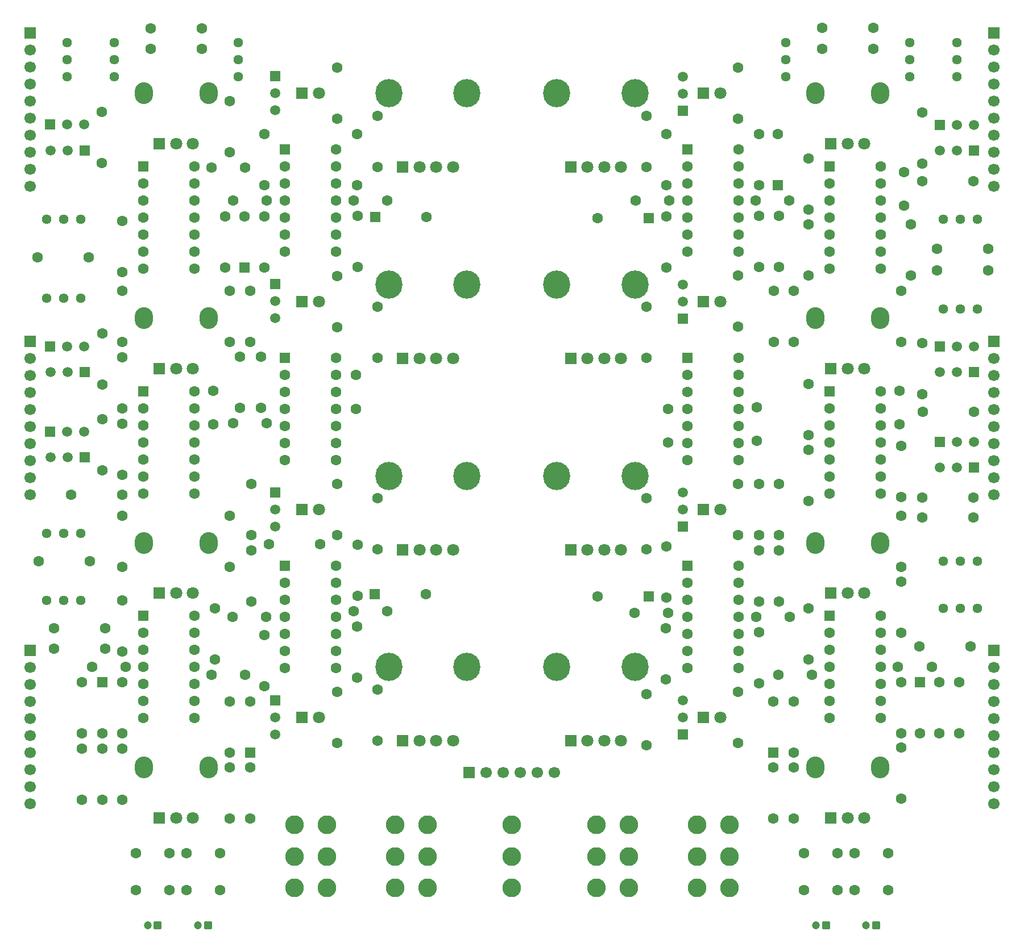
<source format=gbs>
%TF.GenerationSoftware,KiCad,Pcbnew,9.0.4*%
%TF.CreationDate,2025-10-04T20:02:18+02:00*%
%TF.ProjectId,DMH_VCEG_PCB_2,444d485f-5643-4454-975f-5043425f322e,1*%
%TF.SameCoordinates,Original*%
%TF.FileFunction,Soldermask,Bot*%
%TF.FilePolarity,Negative*%
%FSLAX46Y46*%
G04 Gerber Fmt 4.6, Leading zero omitted, Abs format (unit mm)*
G04 Created by KiCad (PCBNEW 9.0.4) date 2025-10-04 20:02:18*
%MOMM*%
%LPD*%
G01*
G04 APERTURE LIST*
G04 Aperture macros list*
%AMRoundRect*
0 Rectangle with rounded corners*
0 $1 Rounding radius*
0 $2 $3 $4 $5 $6 $7 $8 $9 X,Y pos of 4 corners*
0 Add a 4 corners polygon primitive as box body*
4,1,4,$2,$3,$4,$5,$6,$7,$8,$9,$2,$3,0*
0 Add four circle primitives for the rounded corners*
1,1,$1+$1,$2,$3*
1,1,$1+$1,$4,$5*
1,1,$1+$1,$6,$7*
1,1,$1+$1,$8,$9*
0 Add four rect primitives between the rounded corners*
20,1,$1+$1,$2,$3,$4,$5,0*
20,1,$1+$1,$4,$5,$6,$7,0*
20,1,$1+$1,$6,$7,$8,$9,0*
20,1,$1+$1,$8,$9,$2,$3,0*%
G04 Aperture macros list end*
%ADD10C,1.600000*%
%ADD11C,2.800000*%
%ADD12R,1.500000X1.500000*%
%ADD13C,1.500000*%
%ADD14C,1.440000*%
%ADD15RoundRect,0.250000X-0.550000X-0.550000X0.550000X-0.550000X0.550000X0.550000X-0.550000X0.550000X0*%
%ADD16O,2.720000X3.240000*%
%ADD17R,1.800000X1.800000*%
%ADD18C,1.800000*%
%ADD19RoundRect,0.250000X0.350000X0.350000X-0.350000X0.350000X-0.350000X-0.350000X0.350000X-0.350000X0*%
%ADD20C,1.200000*%
%ADD21O,4.000000X4.200000*%
%ADD22RoundRect,0.250000X0.550000X-0.550000X0.550000X0.550000X-0.550000X0.550000X-0.550000X-0.550000X0*%
%ADD23RoundRect,0.250000X-0.550000X0.550000X-0.550000X-0.550000X0.550000X-0.550000X0.550000X0.550000X0*%
%ADD24RoundRect,0.250000X0.550000X0.550000X-0.550000X0.550000X-0.550000X-0.550000X0.550000X-0.550000X0*%
%ADD25R,1.700000X1.700000*%
%ADD26C,1.700000*%
G04 APERTURE END LIST*
D10*
%TO.C,R149*%
X136800000Y-72990000D03*
X136800000Y-80610000D03*
%TD*%
%TO.C,R50*%
X63100000Y-68410000D03*
X63100000Y-60790000D03*
%TD*%
D11*
%TO.C,SW4*%
X117413000Y-163800000D03*
X117413000Y-168500000D03*
X117413000Y-173200000D03*
X112587000Y-163800000D03*
X112587000Y-168500000D03*
X112587000Y-173200000D03*
%TD*%
D10*
%TO.C,R11*%
X144200000Y-115510000D03*
X144200000Y-107890000D03*
%TD*%
%TO.C,C35*%
X141300000Y-70700000D03*
X136300000Y-70700000D03*
%TD*%
%TO.C,R65*%
X42000000Y-84190000D03*
X42000000Y-91810000D03*
%TD*%
%TO.C,R145*%
X144200000Y-74290000D03*
X144200000Y-81910000D03*
%TD*%
D12*
%TO.C,Q10*%
X64750000Y-145250000D03*
D13*
X64750000Y-147790000D03*
X64750000Y-150330000D03*
%TD*%
D10*
%TO.C,R29*%
X74000000Y-120610000D03*
X74000000Y-112990000D03*
%TD*%
%TO.C,C26*%
X158400000Y-66500000D03*
X158400000Y-71500000D03*
%TD*%
D12*
%TO.C,Q15*%
X31250000Y-105200000D03*
D13*
X33790000Y-105200000D03*
X36330000Y-105200000D03*
%TD*%
D14*
%TO.C,RV11*%
X40750000Y-52290000D03*
X40750000Y-49750000D03*
X40750000Y-47210000D03*
%TD*%
D12*
%TO.C,Q11*%
X31260000Y-59400000D03*
D13*
X33800000Y-59400000D03*
X36340000Y-59400000D03*
%TD*%
D12*
%TO.C,Q27*%
X168800000Y-63300000D03*
D13*
X166260000Y-63300000D03*
X163720000Y-63300000D03*
%TD*%
D10*
%TO.C,R187*%
X161100000Y-91990000D03*
X161100000Y-99610000D03*
%TD*%
%TO.C,R158*%
X142000000Y-145390000D03*
X142000000Y-153010000D03*
%TD*%
%TO.C,R80*%
X39410000Y-134500000D03*
X31790000Y-134500000D03*
%TD*%
D15*
%TO.C,U21*%
X66190000Y-94135000D03*
D10*
X66190000Y-96675000D03*
X66190000Y-99215000D03*
X66190000Y-101755000D03*
X66190000Y-104295000D03*
X66190000Y-106835000D03*
X66190000Y-109375000D03*
X73810000Y-109375000D03*
X73810000Y-106835000D03*
X73810000Y-104295000D03*
X73810000Y-101755000D03*
X73810000Y-99215000D03*
X73810000Y-96675000D03*
X73810000Y-94135000D03*
%TD*%
D12*
%TO.C,Q16*%
X36350000Y-109000000D03*
D13*
X33810000Y-109000000D03*
X31270000Y-109000000D03*
%TD*%
D10*
%TO.C,R70*%
X61200000Y-122890000D03*
X61200000Y-130510000D03*
%TD*%
%TO.C,R27*%
X74000000Y-58510000D03*
X74000000Y-50890000D03*
%TD*%
D12*
%TO.C,Q7*%
X64750000Y-52150000D03*
D13*
X64750000Y-54690000D03*
X64750000Y-57230000D03*
%TD*%
D10*
%TO.C,C37*%
X141400000Y-132800000D03*
X136400000Y-132800000D03*
%TD*%
%TO.C,R77*%
X77000000Y-129610000D03*
X77000000Y-121990000D03*
%TD*%
D12*
%TO.C,Q8*%
X64750000Y-83200000D03*
D13*
X64750000Y-85740000D03*
X64750000Y-88280000D03*
%TD*%
D12*
%TO.C,Q13*%
X31250000Y-92450000D03*
D13*
X33790000Y-92450000D03*
X36330000Y-92450000D03*
%TD*%
D10*
%TO.C,C36*%
X123250000Y-132200000D03*
X118250000Y-132200000D03*
%TD*%
D12*
%TO.C,Q26*%
X125450000Y-150300000D03*
D13*
X125450000Y-147760000D03*
X125450000Y-145220000D03*
%TD*%
D10*
%TO.C,R146*%
X146190000Y-48100000D03*
X153810000Y-48100000D03*
%TD*%
%TO.C,R89*%
X42000000Y-103990000D03*
X42000000Y-111610000D03*
%TD*%
%TO.C,R55*%
X46190000Y-45100000D03*
X53810000Y-45100000D03*
%TD*%
D11*
%TO.C,SW5*%
X132413000Y-163800000D03*
X132413000Y-168500000D03*
X132413000Y-173200000D03*
X127587000Y-163800000D03*
X127587000Y-168500000D03*
X127587000Y-173200000D03*
%TD*%
D16*
%TO.C,RV31*%
X145200000Y-155250000D03*
X154800000Y-155250000D03*
D17*
X147500000Y-162750000D03*
D18*
X150000000Y-162750000D03*
X152500000Y-162750000D03*
%TD*%
D10*
%TO.C,R63*%
X62600000Y-93990000D03*
X62600000Y-101610000D03*
%TD*%
D12*
%TO.C,Q9*%
X64750000Y-114200000D03*
D13*
X64750000Y-116740000D03*
X64750000Y-119280000D03*
%TD*%
D10*
%TO.C,R74*%
X29490000Y-124500000D03*
X37110000Y-124500000D03*
%TD*%
%TO.C,C38*%
X123250000Y-101750000D03*
X123250000Y-106750000D03*
%TD*%
D14*
%TO.C,RV4*%
X33750000Y-52290000D03*
X33750000Y-49750000D03*
X33750000Y-47210000D03*
%TD*%
%TO.C,RV34*%
X164210000Y-86900000D03*
X166750000Y-86900000D03*
X169290000Y-86900000D03*
%TD*%
D10*
%TO.C,R163*%
X168810000Y-102200000D03*
X161190000Y-102200000D03*
%TD*%
%TO.C,R154*%
X159400000Y-74290000D03*
X159400000Y-81910000D03*
%TD*%
D19*
%TO.C,C51*%
X47250000Y-178750000D03*
D20*
X45750000Y-178750000D03*
%TD*%
D10*
%TO.C,R61*%
X58000000Y-145390000D03*
X58000000Y-153010000D03*
%TD*%
D15*
%TO.C,U23*%
X126100000Y-94135000D03*
D10*
X126100000Y-96675000D03*
X126100000Y-99215000D03*
X126100000Y-101755000D03*
X126100000Y-104295000D03*
X126100000Y-106835000D03*
X126100000Y-109375000D03*
X133720000Y-109375000D03*
X133720000Y-106835000D03*
X133720000Y-104295000D03*
X133720000Y-101755000D03*
X133720000Y-99215000D03*
X133720000Y-96675000D03*
X133720000Y-94135000D03*
%TD*%
%TO.C,R85*%
X80000000Y-86590000D03*
X80000000Y-94210000D03*
%TD*%
D12*
%TO.C,Q14*%
X36350000Y-96300000D03*
D13*
X33810000Y-96300000D03*
X31270000Y-96300000D03*
%TD*%
D21*
%TO.C,RV33*%
X106700000Y-54750000D03*
D18*
X116250000Y-65750000D03*
D21*
X118300000Y-54750000D03*
D17*
X108750000Y-65750000D03*
D18*
X111250000Y-65750000D03*
X113750000Y-65750000D03*
%TD*%
D10*
%TO.C,C16*%
X81400000Y-70700000D03*
X76400000Y-70700000D03*
%TD*%
%TO.C,R153*%
X163340000Y-81100000D03*
X170960000Y-81100000D03*
%TD*%
D14*
%TO.C,RV17*%
X35790000Y-130300000D03*
X33250000Y-130300000D03*
X30710000Y-130300000D03*
%TD*%
D10*
%TO.C,R112*%
X163340000Y-77900000D03*
X170960000Y-77900000D03*
%TD*%
%TO.C,C45*%
X51500000Y-168000000D03*
X56500000Y-168000000D03*
%TD*%
D21*
%TO.C,RV35*%
X106700000Y-83250000D03*
D18*
X116250000Y-94250000D03*
D21*
X118300000Y-83250000D03*
D17*
X108750000Y-94250000D03*
D18*
X111250000Y-94250000D03*
X113750000Y-94250000D03*
%TD*%
D14*
%TO.C,RV9*%
X35790000Y-120300000D03*
X33250000Y-120300000D03*
X30710000Y-120300000D03*
%TD*%
D17*
%TO.C,D11*%
X68730000Y-147750000D03*
D18*
X71270000Y-147750000D03*
%TD*%
D10*
%TO.C,R82*%
X61000000Y-155190000D03*
X61000000Y-162810000D03*
%TD*%
D19*
%TO.C,C49*%
X54722600Y-178750000D03*
D20*
X53222600Y-178750000D03*
%TD*%
D14*
%TO.C,RV15*%
X59250000Y-52290000D03*
X59250000Y-49750000D03*
X59250000Y-47210000D03*
%TD*%
D19*
%TO.C,C65*%
X154250000Y-178750000D03*
D20*
X152750000Y-178750000D03*
%TD*%
D10*
%TO.C,C66*%
X143500000Y-168000000D03*
X148500000Y-168000000D03*
%TD*%
D22*
%TO.C,D17*%
X60200000Y-80710000D03*
D10*
X60200000Y-73090000D03*
%TD*%
%TO.C,C14*%
X60300000Y-141400000D03*
X55300000Y-141400000D03*
%TD*%
%TO.C,R86*%
X80000000Y-122710000D03*
X80000000Y-115090000D03*
%TD*%
D12*
%TO.C,Q28*%
X163700000Y-59450000D03*
D13*
X166240000Y-59450000D03*
X168780000Y-59450000D03*
%TD*%
D10*
%TO.C,C50*%
X44000000Y-168000000D03*
X49000000Y-168000000D03*
%TD*%
%TO.C,R165*%
X136800000Y-130510000D03*
X136800000Y-122890000D03*
%TD*%
%TO.C,R18*%
X160690000Y-137200000D03*
X168310000Y-137200000D03*
%TD*%
D15*
%TO.C,U19*%
X126100000Y-63135000D03*
D10*
X126100000Y-65675000D03*
X126100000Y-68215000D03*
X126100000Y-70755000D03*
X126100000Y-73295000D03*
X126100000Y-75835000D03*
X126100000Y-78375000D03*
X133720000Y-78375000D03*
X133720000Y-75835000D03*
X133720000Y-73295000D03*
X133720000Y-70755000D03*
X133720000Y-68215000D03*
X133720000Y-65675000D03*
X133720000Y-63135000D03*
%TD*%
D15*
%TO.C,U4*%
X45100000Y-65635000D03*
D10*
X45100000Y-68175000D03*
X45100000Y-70715000D03*
X45100000Y-73255000D03*
X45100000Y-75795000D03*
X45100000Y-78335000D03*
X45100000Y-80875000D03*
X52720000Y-80875000D03*
X52720000Y-78335000D03*
X52720000Y-75795000D03*
X52720000Y-73255000D03*
X52720000Y-70715000D03*
X52720000Y-68175000D03*
X52720000Y-65635000D03*
%TD*%
D22*
%TO.C,D19*%
X61000000Y-153010000D03*
D10*
X61000000Y-145390000D03*
%TD*%
%TO.C,R30*%
X74000000Y-151610000D03*
X74000000Y-143990000D03*
%TD*%
%TO.C,C40*%
X157700000Y-99100000D03*
X157700000Y-104100000D03*
%TD*%
%TO.C,R76*%
X76900000Y-134190000D03*
X76900000Y-141810000D03*
%TD*%
%TO.C,R69*%
X36000000Y-142490000D03*
X36000000Y-150110000D03*
%TD*%
%TO.C,R68*%
X61200000Y-120610000D03*
X61200000Y-112990000D03*
%TD*%
%TO.C,R151*%
X139800000Y-80610000D03*
X139800000Y-72990000D03*
%TD*%
D15*
%TO.C,U8*%
X45100000Y-132635000D03*
D10*
X45100000Y-135175000D03*
X45100000Y-137715000D03*
X45100000Y-140255000D03*
X45100000Y-142795000D03*
X45100000Y-145335000D03*
X45100000Y-147875000D03*
X52720000Y-147875000D03*
X52720000Y-145335000D03*
X52720000Y-142795000D03*
X52720000Y-140255000D03*
X52720000Y-137715000D03*
X52720000Y-135175000D03*
X52720000Y-132635000D03*
%TD*%
%TO.C,R184*%
X120000000Y-151910000D03*
X120000000Y-144290000D03*
%TD*%
%TO.C,R79*%
X58000000Y-162810000D03*
X58000000Y-155190000D03*
%TD*%
%TO.C,R162*%
X158000000Y-84190000D03*
X158000000Y-91810000D03*
%TD*%
%TO.C,R179*%
X158000000Y-152290000D03*
X158000000Y-159910000D03*
%TD*%
%TO.C,R62*%
X58000000Y-91810000D03*
X58000000Y-84190000D03*
%TD*%
D12*
%TO.C,Q30*%
X163700000Y-92450000D03*
D13*
X166240000Y-92450000D03*
X168780000Y-92450000D03*
%TD*%
D10*
%TO.C,R87*%
X80000000Y-151210000D03*
X80000000Y-143590000D03*
%TD*%
%TO.C,R84*%
X80000000Y-65710000D03*
X80000000Y-58090000D03*
%TD*%
D16*
%TO.C,RV26*%
X145200000Y-54750000D03*
X154800000Y-54750000D03*
D17*
X147500000Y-62250000D03*
D18*
X150000000Y-62250000D03*
X152500000Y-62250000D03*
%TD*%
D10*
%TO.C,R53*%
X58000000Y-55890000D03*
X58000000Y-63510000D03*
%TD*%
%TO.C,R127*%
X133700000Y-143990000D03*
X133700000Y-151610000D03*
%TD*%
%TO.C,C32*%
X144700000Y-141400000D03*
X139700000Y-141400000D03*
%TD*%
%TO.C,R124*%
X133700000Y-50890000D03*
X133700000Y-58510000D03*
%TD*%
D14*
%TO.C,RV36*%
X140750000Y-52290000D03*
X140750000Y-49750000D03*
X140750000Y-47210000D03*
%TD*%
D23*
%TO.C,D39*%
X160800000Y-142490000D03*
D10*
X160800000Y-150110000D03*
%TD*%
%TO.C,R181*%
X120000000Y-58090000D03*
X120000000Y-65710000D03*
%TD*%
D12*
%TO.C,Q29*%
X168800000Y-96300000D03*
D13*
X166260000Y-96300000D03*
X163720000Y-96300000D03*
%TD*%
D10*
%TO.C,R88*%
X55800000Y-139110000D03*
X55800000Y-131490000D03*
%TD*%
D17*
%TO.C,D29*%
X128480000Y-116750000D03*
D18*
X131020000Y-116750000D03*
%TD*%
D10*
%TO.C,C34*%
X123400000Y-70750000D03*
X118400000Y-70750000D03*
%TD*%
D15*
%TO.C,D18*%
X79690000Y-73200000D03*
D10*
X87310000Y-73200000D03*
%TD*%
%TO.C,R90*%
X42000000Y-94090000D03*
X42000000Y-101710000D03*
%TD*%
D12*
%TO.C,Q25*%
X125450000Y-119300000D03*
D13*
X125450000Y-116760000D03*
X125450000Y-114220000D03*
%TD*%
D14*
%TO.C,RV13*%
X35790000Y-85250000D03*
X33250000Y-85250000D03*
X30710000Y-85250000D03*
%TD*%
D10*
%TO.C,R72*%
X58000000Y-117690000D03*
X58000000Y-125310000D03*
%TD*%
D12*
%TO.C,Q12*%
X36360000Y-63265000D03*
D13*
X33820000Y-63265000D03*
X31280000Y-63265000D03*
%TD*%
D10*
%TO.C,R174*%
X123000000Y-129910000D03*
X123000000Y-122290000D03*
%TD*%
D17*
%TO.C,D9*%
X68730000Y-85750000D03*
D18*
X71270000Y-85750000D03*
%TD*%
D15*
%TO.C,U22*%
X45100000Y-99135000D03*
D10*
X45100000Y-101675000D03*
X45100000Y-104215000D03*
X45100000Y-106755000D03*
X45100000Y-109295000D03*
X45100000Y-111835000D03*
X45100000Y-114375000D03*
X52720000Y-114375000D03*
X52720000Y-111835000D03*
X52720000Y-109295000D03*
X52720000Y-106755000D03*
X52720000Y-104215000D03*
X52720000Y-101675000D03*
X52720000Y-99135000D03*
%TD*%
D23*
%TO.C,D20*%
X39000000Y-142490000D03*
D10*
X39000000Y-150110000D03*
%TD*%
%TO.C,R161*%
X161090000Y-115000000D03*
X168710000Y-115000000D03*
%TD*%
D17*
%TO.C,D10*%
X68730000Y-116750000D03*
D18*
X71270000Y-116750000D03*
%TD*%
D10*
%TO.C,C75*%
X148500000Y-173500000D03*
X143500000Y-173500000D03*
%TD*%
%TO.C,R164*%
X136800000Y-112990000D03*
X136800000Y-120610000D03*
%TD*%
%TO.C,R51*%
X38960000Y-57540000D03*
X38960000Y-65160000D03*
%TD*%
D22*
%TO.C,D38*%
X138900000Y-153010000D03*
D10*
X138900000Y-145390000D03*
%TD*%
%TO.C,R180*%
X168710000Y-118000000D03*
X161090000Y-118000000D03*
%TD*%
%TO.C,C13*%
X42500000Y-140200000D03*
X37500000Y-140200000D03*
%TD*%
D15*
%TO.C,U14*%
X147300000Y-65635000D03*
D10*
X147300000Y-68175000D03*
X147300000Y-70715000D03*
X147300000Y-73255000D03*
X147300000Y-75795000D03*
X147300000Y-78335000D03*
X147300000Y-80875000D03*
X154920000Y-80875000D03*
X154920000Y-78335000D03*
X154920000Y-75795000D03*
X154920000Y-73255000D03*
X154920000Y-70715000D03*
X154920000Y-68175000D03*
X154920000Y-65635000D03*
%TD*%
%TO.C,C18*%
X81400000Y-131900000D03*
X76400000Y-131900000D03*
%TD*%
%TO.C,C19*%
X63500000Y-103900000D03*
X58500000Y-103900000D03*
%TD*%
%TO.C,R126*%
X133700000Y-112990000D03*
X133700000Y-120610000D03*
%TD*%
D17*
%TO.C,D28*%
X128480000Y-85750000D03*
D18*
X131020000Y-85750000D03*
%TD*%
D10*
%TO.C,R159*%
X142000000Y-91810000D03*
X142000000Y-84190000D03*
%TD*%
%TO.C,R67*%
X71410000Y-121900000D03*
X63790000Y-121900000D03*
%TD*%
%TO.C,R160*%
X161090000Y-67800000D03*
X168710000Y-67800000D03*
%TD*%
%TO.C,R157*%
X123000000Y-68410000D03*
X123000000Y-60790000D03*
%TD*%
D14*
%TO.C,RV6*%
X35790000Y-73500000D03*
X33250000Y-73500000D03*
X30710000Y-73500000D03*
%TD*%
D11*
%TO.C,SW1*%
X72413000Y-163800000D03*
X72413000Y-168500000D03*
X72413000Y-173200000D03*
X67587000Y-163800000D03*
X67587000Y-168500000D03*
X67587000Y-173200000D03*
%TD*%
D10*
%TO.C,R56*%
X61000000Y-84190000D03*
X61000000Y-91810000D03*
%TD*%
%TO.C,R198*%
X36000000Y-152390000D03*
X36000000Y-160010000D03*
%TD*%
%TO.C,C20*%
X76750000Y-96750000D03*
X76750000Y-101750000D03*
%TD*%
%TO.C,R152*%
X146190000Y-45000000D03*
X153810000Y-45000000D03*
%TD*%
D14*
%TO.C,RV32*%
X159250000Y-52290000D03*
X159250000Y-49750000D03*
X159250000Y-47210000D03*
%TD*%
D10*
%TO.C,R173*%
X122900000Y-134490000D03*
X122900000Y-142110000D03*
%TD*%
D15*
%TO.C,D21*%
X79590000Y-129400000D03*
D10*
X87210000Y-129400000D03*
%TD*%
D11*
%TO.C,SW2*%
X87413000Y-163800000D03*
X87413000Y-168500000D03*
X87413000Y-173200000D03*
X82587000Y-163800000D03*
X82587000Y-168500000D03*
X82587000Y-173200000D03*
%TD*%
D10*
%TO.C,C61*%
X151000000Y-168000000D03*
X156000000Y-168000000D03*
%TD*%
%TO.C,C39*%
X136500000Y-106500000D03*
X136500000Y-101500000D03*
%TD*%
%TO.C,R15*%
X42010000Y-114600000D03*
X34390000Y-114600000D03*
%TD*%
D14*
%TO.C,RV27*%
X164210000Y-73500000D03*
X166750000Y-73500000D03*
X169290000Y-73500000D03*
%TD*%
D10*
%TO.C,R64*%
X42000000Y-137910000D03*
X42000000Y-130290000D03*
%TD*%
%TO.C,R48*%
X57300000Y-73090000D03*
X57300000Y-80710000D03*
%TD*%
D16*
%TO.C,RV8*%
X45200000Y-121750000D03*
X54800000Y-121750000D03*
D17*
X47500000Y-129250000D03*
D18*
X50000000Y-129250000D03*
X52500000Y-129250000D03*
%TD*%
D24*
%TO.C,D40*%
X120410000Y-129700000D03*
D10*
X112790000Y-129700000D03*
%TD*%
%TO.C,C74*%
X51500000Y-173500000D03*
X56500000Y-173500000D03*
%TD*%
D21*
%TO.C,RV18*%
X81700000Y-140250000D03*
D18*
X91250000Y-151250000D03*
D21*
X93300000Y-140250000D03*
D17*
X83750000Y-151250000D03*
D18*
X86250000Y-151250000D03*
X88750000Y-151250000D03*
%TD*%
D10*
%TO.C,R125*%
X133700000Y-81890000D03*
X133700000Y-89510000D03*
%TD*%
%TO.C,R170*%
X166600000Y-150110000D03*
X166600000Y-142490000D03*
%TD*%
%TO.C,R197*%
X39410000Y-137500000D03*
X31790000Y-137500000D03*
%TD*%
%TO.C,R156*%
X123000000Y-73090000D03*
X123000000Y-80710000D03*
%TD*%
%TO.C,R28*%
X74000000Y-89610000D03*
X74000000Y-81990000D03*
%TD*%
%TO.C,R147*%
X136800000Y-68410000D03*
X136800000Y-60790000D03*
%TD*%
D12*
%TO.C,Q32*%
X163700000Y-106700000D03*
D13*
X166240000Y-106700000D03*
X168780000Y-106700000D03*
%TD*%
D10*
%TO.C,C73*%
X49000000Y-173500000D03*
X44000000Y-173500000D03*
%TD*%
D16*
%TO.C,RV5*%
X45200000Y-54750000D03*
X54800000Y-54750000D03*
D17*
X47500000Y-62250000D03*
D18*
X50000000Y-62250000D03*
X52500000Y-62250000D03*
%TD*%
D10*
%TO.C,R169*%
X139800000Y-112990000D03*
X139800000Y-120610000D03*
%TD*%
D15*
%TO.C,U9*%
X66190000Y-63135000D03*
D10*
X66190000Y-65675000D03*
X66190000Y-68215000D03*
X66190000Y-70755000D03*
X66190000Y-73295000D03*
X66190000Y-75835000D03*
X66190000Y-78375000D03*
X73810000Y-78375000D03*
X73810000Y-75835000D03*
X73810000Y-73295000D03*
X73810000Y-70755000D03*
X73810000Y-68215000D03*
X73810000Y-65675000D03*
X73810000Y-63135000D03*
%TD*%
D16*
%TO.C,RV7*%
X45200000Y-88250000D03*
X54800000Y-88250000D03*
D17*
X47500000Y-95750000D03*
D18*
X50000000Y-95750000D03*
X52500000Y-95750000D03*
%TD*%
D12*
%TO.C,Q31*%
X168800000Y-110550000D03*
D13*
X166260000Y-110550000D03*
X163720000Y-110550000D03*
%TD*%
D10*
%TO.C,R71*%
X63100000Y-135490000D03*
X63100000Y-143110000D03*
%TD*%
D21*
%TO.C,RV14*%
X81700000Y-83250000D03*
D18*
X91250000Y-94250000D03*
D21*
X93300000Y-83250000D03*
D17*
X83750000Y-94250000D03*
D18*
X86250000Y-94250000D03*
X88750000Y-94250000D03*
%TD*%
D10*
%TO.C,R155*%
X139000000Y-91810000D03*
X139000000Y-84190000D03*
%TD*%
%TO.C,R185*%
X144200000Y-139110000D03*
X144200000Y-131490000D03*
%TD*%
%TO.C,R177*%
X158000000Y-127490000D03*
X158000000Y-135110000D03*
%TD*%
%TO.C,R172*%
X138900000Y-162810000D03*
X138900000Y-155190000D03*
%TD*%
D21*
%TO.C,RV39*%
X106700000Y-140250000D03*
D18*
X116250000Y-151250000D03*
D21*
X118300000Y-140250000D03*
D17*
X108750000Y-151250000D03*
D18*
X111250000Y-151250000D03*
X113750000Y-151250000D03*
%TD*%
D10*
%TO.C,R150*%
X144200000Y-64490000D03*
X144200000Y-72110000D03*
%TD*%
%TO.C,R182*%
X120000000Y-86590000D03*
X120000000Y-94210000D03*
%TD*%
%TO.C,R59*%
X77000000Y-72990000D03*
X77000000Y-80610000D03*
%TD*%
%TO.C,R166*%
X163600000Y-150110000D03*
X163600000Y-142490000D03*
%TD*%
D12*
%TO.C,Q24*%
X125450000Y-88300000D03*
D13*
X125450000Y-85760000D03*
X125450000Y-83220000D03*
%TD*%
D10*
%TO.C,R73*%
X39000000Y-160010000D03*
X39000000Y-152390000D03*
%TD*%
%TO.C,C7*%
X55300000Y-65800000D03*
X60300000Y-65800000D03*
%TD*%
D24*
%TO.C,D37*%
X120410000Y-73300000D03*
D10*
X112790000Y-73300000D03*
%TD*%
%TO.C,R168*%
X136800000Y-135090000D03*
X136800000Y-142710000D03*
%TD*%
D11*
%TO.C,SW3*%
X100000000Y-173200000D03*
X100000000Y-168500000D03*
X100000000Y-163800000D03*
%TD*%
D19*
%TO.C,C67*%
X146750000Y-178750000D03*
D20*
X145250000Y-178750000D03*
%TD*%
D14*
%TO.C,RV38*%
X164210000Y-131500000D03*
X166750000Y-131500000D03*
X169290000Y-131500000D03*
%TD*%
D10*
%TO.C,C17*%
X63400000Y-132790000D03*
X58400000Y-132790000D03*
%TD*%
%TO.C,C76*%
X151000000Y-173500000D03*
X156000000Y-173500000D03*
%TD*%
%TO.C,C33*%
X162500000Y-140200000D03*
X157500000Y-140200000D03*
%TD*%
D15*
%TO.C,U10*%
X66190000Y-125135000D03*
D10*
X66190000Y-127675000D03*
X66190000Y-130215000D03*
X66190000Y-132755000D03*
X66190000Y-135295000D03*
X66190000Y-137835000D03*
X66190000Y-140375000D03*
X73810000Y-140375000D03*
X73810000Y-137835000D03*
X73810000Y-135295000D03*
X73810000Y-132755000D03*
X73810000Y-130215000D03*
X73810000Y-127675000D03*
X73810000Y-125135000D03*
%TD*%
%TO.C,R171*%
X158000000Y-125310000D03*
X158000000Y-117690000D03*
%TD*%
%TO.C,C21*%
X55500000Y-99100000D03*
X55500000Y-104100000D03*
%TD*%
D15*
%TO.C,U20*%
X126100000Y-125135000D03*
D10*
X126100000Y-127675000D03*
X126100000Y-130215000D03*
X126100000Y-132755000D03*
X126100000Y-135295000D03*
X126100000Y-137835000D03*
X126100000Y-140375000D03*
X133720000Y-140375000D03*
X133720000Y-137835000D03*
X133720000Y-135295000D03*
X133720000Y-132755000D03*
X133720000Y-130215000D03*
X133720000Y-127675000D03*
X133720000Y-125135000D03*
%TD*%
%TO.C,R58*%
X37010000Y-79200000D03*
X29390000Y-79200000D03*
%TD*%
%TO.C,C15*%
X63500000Y-70750000D03*
X58500000Y-70750000D03*
%TD*%
D21*
%TO.C,RV16*%
X81700000Y-111750000D03*
D18*
X91250000Y-122750000D03*
D21*
X93300000Y-111750000D03*
D17*
X83750000Y-122750000D03*
D18*
X86250000Y-122750000D03*
X88750000Y-122750000D03*
%TD*%
D21*
%TO.C,RV37*%
X106700000Y-111750000D03*
D18*
X116250000Y-122750000D03*
D21*
X118300000Y-111750000D03*
D17*
X108750000Y-122750000D03*
D18*
X111250000Y-122750000D03*
X113750000Y-122750000D03*
%TD*%
D16*
%TO.C,RV29*%
X145200000Y-121750000D03*
X154800000Y-121750000D03*
D17*
X147500000Y-129250000D03*
D18*
X150000000Y-129250000D03*
X152500000Y-129250000D03*
%TD*%
D10*
%TO.C,R57*%
X59500000Y-101610000D03*
X59500000Y-93990000D03*
%TD*%
D15*
%TO.C,U18*%
X147300000Y-132635000D03*
D10*
X147300000Y-135175000D03*
X147300000Y-137715000D03*
X147300000Y-140255000D03*
X147300000Y-142795000D03*
X147300000Y-145335000D03*
X147300000Y-147875000D03*
X154920000Y-147875000D03*
X154920000Y-145335000D03*
X154920000Y-142795000D03*
X154920000Y-140255000D03*
X154920000Y-137715000D03*
X154920000Y-135175000D03*
X154920000Y-132635000D03*
%TD*%
D14*
%TO.C,RV30*%
X164210000Y-124500000D03*
X166750000Y-124500000D03*
X169290000Y-124500000D03*
%TD*%
D10*
%TO.C,R78*%
X42000000Y-142490000D03*
X42000000Y-150110000D03*
%TD*%
%TO.C,R75*%
X42000000Y-160010000D03*
X42000000Y-152390000D03*
%TD*%
%TO.C,R60*%
X76900000Y-68410000D03*
X76900000Y-60790000D03*
%TD*%
D17*
%TO.C,D27*%
X128480000Y-54750000D03*
D18*
X131020000Y-54750000D03*
%TD*%
D10*
%TO.C,R54*%
X42000000Y-81410000D03*
X42000000Y-73790000D03*
%TD*%
D17*
%TO.C,D30*%
X128480000Y-147750000D03*
D18*
X131020000Y-147750000D03*
%TD*%
D15*
%TO.C,U24*%
X147300000Y-99135000D03*
D10*
X147300000Y-101675000D03*
X147300000Y-104215000D03*
X147300000Y-106755000D03*
X147300000Y-109295000D03*
X147300000Y-111835000D03*
X147300000Y-114375000D03*
X154920000Y-114375000D03*
X154920000Y-111835000D03*
X154920000Y-109295000D03*
X154920000Y-106755000D03*
X154920000Y-104215000D03*
X154920000Y-101675000D03*
X154920000Y-99135000D03*
%TD*%
D14*
%TO.C,RV25*%
X166250000Y-52290000D03*
X166250000Y-49750000D03*
X166250000Y-47210000D03*
%TD*%
D21*
%TO.C,RV12*%
X81700000Y-54750000D03*
D18*
X91250000Y-65750000D03*
D21*
X93300000Y-54750000D03*
D17*
X83750000Y-65750000D03*
D18*
X86250000Y-65750000D03*
X88750000Y-65750000D03*
%TD*%
D10*
%TO.C,R178*%
X158000000Y-114910000D03*
X158000000Y-107290000D03*
%TD*%
%TO.C,R52*%
X63100000Y-73090000D03*
X63100000Y-80710000D03*
%TD*%
D17*
%TO.C,D8*%
X68730000Y-54750000D03*
D18*
X71270000Y-54750000D03*
%TD*%
D16*
%TO.C,RV28*%
X145200000Y-88250000D03*
X154800000Y-88250000D03*
D17*
X147500000Y-95750000D03*
D18*
X150000000Y-95750000D03*
X152500000Y-95750000D03*
%TD*%
D16*
%TO.C,RV10*%
X45200000Y-155250000D03*
X54800000Y-155250000D03*
D17*
X47500000Y-162750000D03*
D18*
X50000000Y-162750000D03*
X52500000Y-162750000D03*
%TD*%
D10*
%TO.C,R83*%
X39000000Y-110910000D03*
X39000000Y-103290000D03*
%TD*%
D22*
%TO.C,D36*%
X139600000Y-68410000D03*
D10*
X139600000Y-60790000D03*
%TD*%
%TO.C,R49*%
X46190000Y-48100000D03*
X53810000Y-48100000D03*
%TD*%
%TO.C,R167*%
X139800000Y-122890000D03*
X139800000Y-130510000D03*
%TD*%
%TO.C,R175*%
X158000000Y-142490000D03*
X158000000Y-150110000D03*
%TD*%
%TO.C,R183*%
X120000000Y-122710000D03*
X120000000Y-115090000D03*
%TD*%
%TO.C,R176*%
X142000000Y-162810000D03*
X142000000Y-155190000D03*
%TD*%
%TO.C,R81*%
X42000000Y-125310000D03*
X42000000Y-117690000D03*
%TD*%
%TO.C,R148*%
X161100000Y-65210000D03*
X161100000Y-57590000D03*
%TD*%
%TO.C,R66*%
X39000000Y-98110000D03*
X39000000Y-90490000D03*
%TD*%
D12*
%TO.C,Q23*%
X125450000Y-57300000D03*
D13*
X125450000Y-54760000D03*
X125450000Y-52220000D03*
%TD*%
D10*
%TO.C,R186*%
X144200000Y-98090000D03*
X144200000Y-105710000D03*
%TD*%
D25*
%TO.C,J24*%
X93650000Y-156000000D03*
D26*
X96190000Y-156000000D03*
X98730000Y-156000000D03*
X101270000Y-156000000D03*
X103810000Y-156000000D03*
X106350000Y-156000000D03*
%TD*%
D25*
%TO.C,J21*%
X28250000Y-45750000D03*
D26*
X28250000Y-48290000D03*
X28250000Y-50830000D03*
X28250000Y-53370000D03*
X28250000Y-55910000D03*
X28250000Y-58450000D03*
X28250000Y-60990000D03*
X28250000Y-63530000D03*
X28250000Y-66070000D03*
X28250000Y-68610000D03*
%TD*%
D25*
%TO.C,J27*%
X171750000Y-137750000D03*
D26*
X171750000Y-140290000D03*
X171750000Y-142830000D03*
X171750000Y-145370000D03*
X171750000Y-147910000D03*
X171750000Y-150450000D03*
X171750000Y-152990000D03*
X171750000Y-155530000D03*
X171750000Y-158070000D03*
X171750000Y-160610000D03*
%TD*%
D25*
%TO.C,J23*%
X28250000Y-137750000D03*
D26*
X28250000Y-140290000D03*
X28250000Y-142830000D03*
X28250000Y-145370000D03*
X28250000Y-147910000D03*
X28250000Y-150450000D03*
X28250000Y-152990000D03*
X28250000Y-155530000D03*
X28250000Y-158070000D03*
X28250000Y-160610000D03*
%TD*%
D25*
%TO.C,J26*%
X171750000Y-91750000D03*
D26*
X171750000Y-94290000D03*
X171750000Y-96830000D03*
X171750000Y-99370000D03*
X171750000Y-101910000D03*
X171750000Y-104450000D03*
X171750000Y-106990000D03*
X171750000Y-109530000D03*
X171750000Y-112070000D03*
X171750000Y-114610000D03*
%TD*%
D25*
%TO.C,J22*%
X28250000Y-91750000D03*
D26*
X28250000Y-94290000D03*
X28250000Y-96830000D03*
X28250000Y-99370000D03*
X28250000Y-101910000D03*
X28250000Y-104450000D03*
X28250000Y-106990000D03*
X28250000Y-109530000D03*
X28250000Y-112070000D03*
X28250000Y-114610000D03*
%TD*%
D25*
%TO.C,J25*%
X171750000Y-45750000D03*
D26*
X171750000Y-48290000D03*
X171750000Y-50830000D03*
X171750000Y-53370000D03*
X171750000Y-55910000D03*
X171750000Y-58450000D03*
X171750000Y-60990000D03*
X171750000Y-63530000D03*
X171750000Y-66070000D03*
X171750000Y-68610000D03*
%TD*%
M02*

</source>
